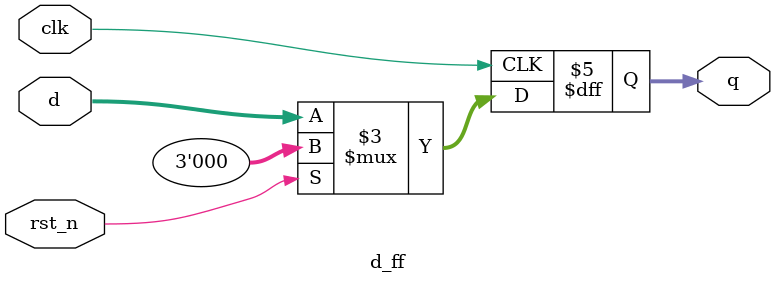
<source format=v>
module d_ff(
    input [2:0] d,
    input rst_n,
    input clk,
    output reg [2:0] q
);

    always @(posedge clk) begin
        if (rst_n)begin
            $display("[%0t][IF]-->[clk=%0d][RESET=%0d]",$time, clk, rst_n);
            q <= 0;
            $display("[%0t][IF-2]--->[clk=%0d][rst_n=%0d][q<=0][q-->%0d]",$time,clk, rst_n, q);
            $display("-------------------------------------------------------------------");
        end
        else begin
            $display("[%0t][ELSE]--->[clk=%0d][rst_n=%0d][d=%0d]",$time,clk,rst_n,d);
            q <= d;
            $display("[%0t][ELSE-2]--->[clk=%0d][q<=d][q-->%0d][d-->%0d]",$time,clk,q,d);
            $display("-------------------------------------------------------------------");
        end
    end
  
endmodule

</source>
